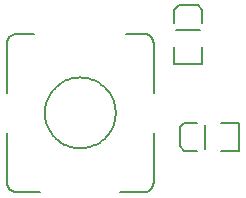
<source format=gbo>
G75*
%MOIN*%
%OFA0B0*%
%FSLAX24Y24*%
%IPPOS*%
%LPD*%
%AMOC8*
5,1,8,0,0,1.08239X$1,22.5*
%
%ADD10C,0.0080*%
%ADD11C,0.0050*%
D10*
X005056Y013462D02*
X005841Y013462D01*
X005056Y013463D02*
X005023Y013465D01*
X004990Y013470D01*
X004958Y013479D01*
X004927Y013490D01*
X004898Y013505D01*
X004870Y013524D01*
X004844Y013544D01*
X004820Y013568D01*
X004800Y013594D01*
X004781Y013622D01*
X004766Y013651D01*
X004755Y013682D01*
X004746Y013714D01*
X004741Y013747D01*
X004739Y013780D01*
X004739Y015431D01*
X004739Y016769D02*
X004739Y018420D01*
X004741Y018453D01*
X004746Y018486D01*
X004755Y018518D01*
X004766Y018549D01*
X004781Y018579D01*
X004800Y018606D01*
X004820Y018632D01*
X004844Y018656D01*
X004870Y018676D01*
X004898Y018695D01*
X004927Y018710D01*
X004958Y018721D01*
X004990Y018730D01*
X005023Y018735D01*
X005056Y018737D01*
X005056Y018738D02*
X005645Y018738D01*
X005999Y016100D02*
X006001Y016169D01*
X006007Y016237D01*
X006017Y016305D01*
X006031Y016372D01*
X006049Y016439D01*
X006070Y016504D01*
X006096Y016568D01*
X006125Y016630D01*
X006157Y016690D01*
X006193Y016749D01*
X006233Y016805D01*
X006275Y016859D01*
X006321Y016910D01*
X006370Y016959D01*
X006421Y017005D01*
X006475Y017047D01*
X006531Y017087D01*
X006589Y017123D01*
X006650Y017155D01*
X006712Y017184D01*
X006776Y017210D01*
X006841Y017231D01*
X006908Y017249D01*
X006975Y017263D01*
X007043Y017273D01*
X007111Y017279D01*
X007180Y017281D01*
X007249Y017279D01*
X007317Y017273D01*
X007385Y017263D01*
X007452Y017249D01*
X007519Y017231D01*
X007584Y017210D01*
X007648Y017184D01*
X007710Y017155D01*
X007770Y017123D01*
X007829Y017087D01*
X007885Y017047D01*
X007939Y017005D01*
X007990Y016959D01*
X008039Y016910D01*
X008085Y016859D01*
X008127Y016805D01*
X008167Y016749D01*
X008203Y016690D01*
X008235Y016630D01*
X008264Y016568D01*
X008290Y016504D01*
X008311Y016439D01*
X008329Y016372D01*
X008343Y016305D01*
X008353Y016237D01*
X008359Y016169D01*
X008361Y016100D01*
X008359Y016031D01*
X008353Y015963D01*
X008343Y015895D01*
X008329Y015828D01*
X008311Y015761D01*
X008290Y015696D01*
X008264Y015632D01*
X008235Y015570D01*
X008203Y015509D01*
X008167Y015451D01*
X008127Y015395D01*
X008085Y015341D01*
X008039Y015290D01*
X007990Y015241D01*
X007939Y015195D01*
X007885Y015153D01*
X007829Y015113D01*
X007771Y015077D01*
X007710Y015045D01*
X007648Y015016D01*
X007584Y014990D01*
X007519Y014969D01*
X007452Y014951D01*
X007385Y014937D01*
X007317Y014927D01*
X007249Y014921D01*
X007180Y014919D01*
X007111Y014921D01*
X007043Y014927D01*
X006975Y014937D01*
X006908Y014951D01*
X006841Y014969D01*
X006776Y014990D01*
X006712Y015016D01*
X006650Y015045D01*
X006589Y015077D01*
X006531Y015113D01*
X006475Y015153D01*
X006421Y015195D01*
X006370Y015241D01*
X006321Y015290D01*
X006275Y015341D01*
X006233Y015395D01*
X006193Y015451D01*
X006157Y015509D01*
X006125Y015570D01*
X006096Y015632D01*
X006070Y015696D01*
X006049Y015761D01*
X006031Y015828D01*
X006017Y015895D01*
X006007Y015963D01*
X006001Y016031D01*
X005999Y016100D01*
X008519Y013462D02*
X009304Y013462D01*
X009304Y013463D02*
X009337Y013465D01*
X009370Y013470D01*
X009402Y013479D01*
X009433Y013490D01*
X009463Y013505D01*
X009490Y013524D01*
X009516Y013544D01*
X009540Y013568D01*
X009560Y013594D01*
X009579Y013622D01*
X009594Y013651D01*
X009605Y013682D01*
X009614Y013714D01*
X009619Y013747D01*
X009621Y013780D01*
X009621Y015431D01*
X009621Y016769D02*
X009621Y018420D01*
X009619Y018453D01*
X009614Y018486D01*
X009605Y018518D01*
X009594Y018549D01*
X009579Y018579D01*
X009560Y018606D01*
X009540Y018632D01*
X009516Y018656D01*
X009490Y018676D01*
X009463Y018695D01*
X009433Y018710D01*
X009402Y018721D01*
X009370Y018730D01*
X009337Y018735D01*
X009304Y018737D01*
X009304Y018738D02*
X008715Y018738D01*
X010308Y019094D02*
X010308Y019527D01*
X010465Y019684D01*
X011095Y019684D01*
X011252Y019527D01*
X011252Y019094D01*
X011252Y018306D02*
X011252Y017716D01*
X010308Y017716D01*
X010308Y018306D01*
X010653Y015772D02*
X011086Y015772D01*
X010653Y015772D02*
X010496Y015615D01*
X010496Y014985D01*
X010653Y014828D01*
X011086Y014828D01*
X011874Y014828D02*
X012464Y014828D01*
X012464Y015772D01*
X011874Y015772D01*
D11*
X011330Y015700D02*
X011330Y014900D01*
X011180Y018850D02*
X010380Y018850D01*
M02*

</source>
